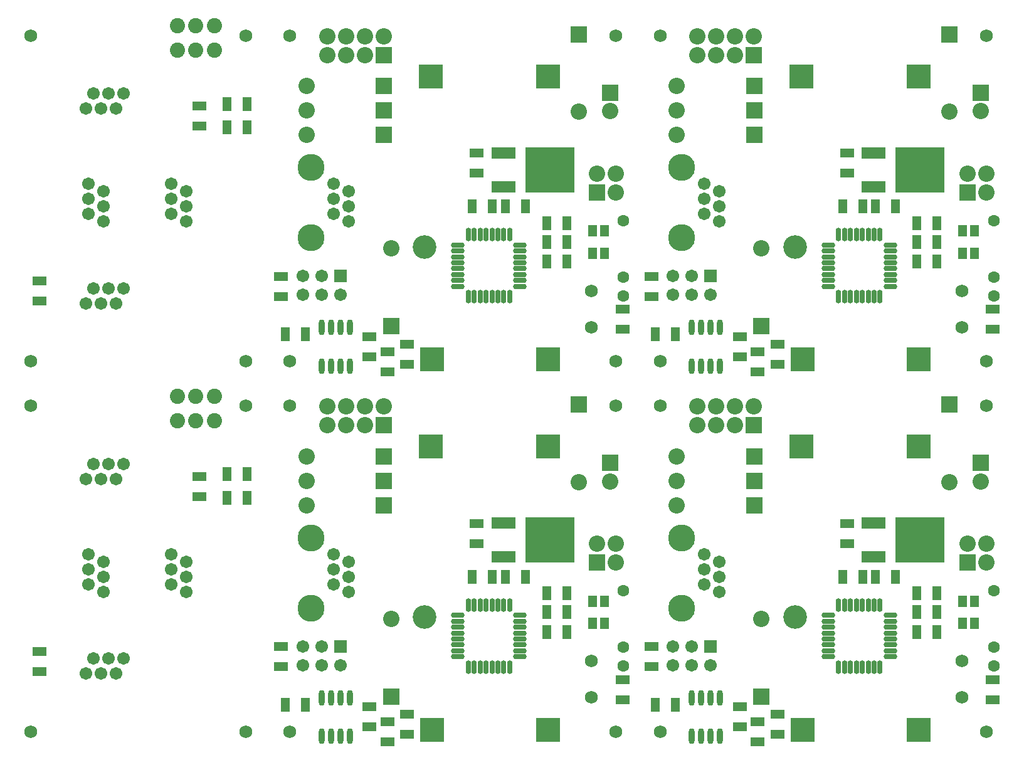
<source format=gts>
%FSAX44Y44*%
%MOMM*%
G71*
G01*
G75*
G04 Layer_Color=8388736*
%ADD10R,1.1000X1.7000*%
%ADD11R,1.7000X1.1000*%
%ADD12C,0.5080*%
%ADD13C,1.5000*%
%ADD14C,1.0000*%
%ADD15R,6.5000X6.0000*%
%ADD16R,3.0000X1.4000*%
%ADD17O,1.6500X0.5500*%
%ADD18O,0.5500X1.6500*%
%ADD19R,1.1000X1.4000*%
%ADD20O,0.6000X1.9000*%
%ADD21C,1.4000*%
%ADD22C,1.5240*%
%ADD23C,1.5000*%
%ADD24C,1.8500*%
%ADD25C,1.2700*%
%ADD26C,3.4500*%
%ADD27C,3.0000*%
%ADD28R,3.0000X3.0000*%
%ADD29C,2.0000*%
%ADD30R,2.0000X2.0000*%
%ADD31C,2.0000*%
%ADD32R,2.0000X2.0000*%
%ADD33R,2.0000X2.0000*%
%ADD34R,1.5000X1.5000*%
%ADD35R,2.0000X2.0000*%
%ADD36C,1.4000*%
%ADD37C,0.5000*%
%ADD38C,0.8000*%
%ADD39O,1.3000X0.5800*%
%ADD40R,1.3000X0.5800*%
%ADD41R,6.0000X6.5000*%
%ADD42R,1.4000X3.0000*%
%ADD43R,0.9960X2.2191*%
%ADD44C,0.2500*%
%ADD45C,0.2540*%
%ADD46C,0.2000*%
%ADD47C,0.6000*%
%ADD48C,0.5000*%
%ADD49R,2.8000X0.8000*%
%ADD50R,0.8000X2.8000*%
%ADD51R,1.3032X1.9032*%
%ADD52R,1.9032X1.3032*%
%ADD53R,6.7032X6.2032*%
%ADD54R,3.2032X1.6032*%
%ADD55O,1.8532X0.7532*%
%ADD56O,0.7532X1.8532*%
%ADD57R,1.3032X1.6032*%
%ADD58O,0.8032X2.1032*%
%ADD59C,1.7272*%
%ADD60C,1.7032*%
%ADD61C,2.0532*%
%ADD62C,3.2032*%
%ADD63R,3.2032X3.2032*%
%ADD64C,2.2032*%
%ADD65R,2.2032X2.2032*%
%ADD66C,2.2032*%
%ADD67R,2.2032X2.2032*%
%ADD68R,2.2032X2.2032*%
%ADD69R,1.7032X1.7032*%
%ADD70R,2.2032X2.2032*%
%ADD71C,1.6032*%
%ADD72C,3.6532*%
D51*
X00724610Y00597230D02*
D03*
X00751610D02*
D03*
Y00628980D02*
D03*
X00724610D02*
D03*
Y01097230D02*
D03*
X00751610D02*
D03*
Y01128980D02*
D03*
X00724610D02*
D03*
X01582560Y00490550D02*
D03*
X01555560D02*
D03*
X01655890Y00468170D02*
D03*
X01682890D02*
D03*
X01655890Y00416100D02*
D03*
X01682890D02*
D03*
X01302830Y00317830D02*
D03*
X01329830D02*
D03*
X01627010Y00490550D02*
D03*
X01600010D02*
D03*
X01655890Y00442770D02*
D03*
X01682890D02*
D03*
X01582560Y00990550D02*
D03*
X01555560D02*
D03*
X01655890Y00968170D02*
D03*
X01682890D02*
D03*
X01655890Y00916100D02*
D03*
X01682890D02*
D03*
X01302830Y00817830D02*
D03*
X01329830D02*
D03*
X01627010Y00990550D02*
D03*
X01600010D02*
D03*
X01655890Y00942770D02*
D03*
X01682890D02*
D03*
X01082560Y00490550D02*
D03*
X01055560D02*
D03*
X01155890Y00468170D02*
D03*
X01182890D02*
D03*
X01155890Y00416100D02*
D03*
X01182890D02*
D03*
X00802830Y00317830D02*
D03*
X00829830D02*
D03*
X01127010Y00490550D02*
D03*
X01100010D02*
D03*
X01155890Y00442770D02*
D03*
X01182890D02*
D03*
X01082560Y00990550D02*
D03*
X01055560D02*
D03*
X01155890Y00968170D02*
D03*
X01182890D02*
D03*
X01155890Y00916100D02*
D03*
X01182890D02*
D03*
X00802830Y00817830D02*
D03*
X00829830D02*
D03*
X01127010Y00990550D02*
D03*
X01100010D02*
D03*
X01155890Y00942770D02*
D03*
X01182890D02*
D03*
D52*
X00471410Y00389750D02*
D03*
Y00362750D02*
D03*
X00687310Y00625970D02*
D03*
Y00598970D02*
D03*
X00471410Y00889750D02*
D03*
Y00862750D02*
D03*
X00687310Y01125970D02*
D03*
Y01098970D02*
D03*
X01758290Y00324650D02*
D03*
Y00351650D02*
D03*
X01416660Y00314820D02*
D03*
Y00287820D02*
D03*
X01561440Y00535470D02*
D03*
Y00562470D02*
D03*
X01440790Y00267500D02*
D03*
Y00294500D02*
D03*
X01297280Y00396100D02*
D03*
Y00369100D02*
D03*
X01467460Y00304660D02*
D03*
Y00277660D02*
D03*
X01758290Y00824650D02*
D03*
Y00851650D02*
D03*
X01416660Y00814820D02*
D03*
Y00787820D02*
D03*
X01561440Y01035470D02*
D03*
Y01062470D02*
D03*
X01440790Y00767500D02*
D03*
Y00794500D02*
D03*
X01297280Y00896100D02*
D03*
Y00869100D02*
D03*
X01467460Y00804660D02*
D03*
Y00777660D02*
D03*
X01258290Y00324650D02*
D03*
Y00351650D02*
D03*
X00916660Y00314820D02*
D03*
Y00287820D02*
D03*
X01061440Y00535470D02*
D03*
Y00562470D02*
D03*
X00940790Y00267500D02*
D03*
Y00294500D02*
D03*
X00797280Y00396100D02*
D03*
Y00369100D02*
D03*
X00967460Y00304660D02*
D03*
Y00277660D02*
D03*
X01258290Y00824650D02*
D03*
Y00851650D02*
D03*
X00916660Y00814820D02*
D03*
Y00787820D02*
D03*
X01061440Y01035470D02*
D03*
Y01062470D02*
D03*
X00940790Y00767500D02*
D03*
Y00794500D02*
D03*
X00797280Y00896100D02*
D03*
Y00869100D02*
D03*
X00967460Y00804660D02*
D03*
Y00777660D02*
D03*
D53*
X01660000Y00539930D02*
D03*
Y01039930D02*
D03*
X01160000Y00539930D02*
D03*
Y01039930D02*
D03*
D54*
X01597500Y00517230D02*
D03*
X01597500Y00562930D02*
D03*
X01597500Y01017230D02*
D03*
X01597500Y01062930D02*
D03*
X01097500Y00517230D02*
D03*
X01097500Y00562930D02*
D03*
X01097500Y01017230D02*
D03*
X01097500Y01062930D02*
D03*
D55*
X01535950Y00382540D02*
D03*
Y00390540D02*
D03*
Y00398540D02*
D03*
Y00406540D02*
D03*
Y00414540D02*
D03*
Y00422540D02*
D03*
Y00430540D02*
D03*
Y00438540D02*
D03*
X01619950D02*
D03*
Y00430540D02*
D03*
Y00422540D02*
D03*
Y00414540D02*
D03*
Y00406540D02*
D03*
Y00398540D02*
D03*
Y00390540D02*
D03*
Y00382540D02*
D03*
X01535950Y00882540D02*
D03*
Y00890540D02*
D03*
Y00898540D02*
D03*
Y00906540D02*
D03*
Y00914540D02*
D03*
Y00922540D02*
D03*
Y00930540D02*
D03*
Y00938540D02*
D03*
X01619950D02*
D03*
Y00930540D02*
D03*
Y00922540D02*
D03*
Y00914540D02*
D03*
Y00906540D02*
D03*
Y00898540D02*
D03*
Y00890540D02*
D03*
Y00882540D02*
D03*
X01035950Y00382540D02*
D03*
Y00390540D02*
D03*
Y00398540D02*
D03*
Y00406540D02*
D03*
Y00414540D02*
D03*
Y00422540D02*
D03*
Y00430540D02*
D03*
Y00438540D02*
D03*
X01119950D02*
D03*
Y00430540D02*
D03*
Y00422540D02*
D03*
Y00414540D02*
D03*
Y00406540D02*
D03*
Y00398540D02*
D03*
Y00390540D02*
D03*
Y00382540D02*
D03*
X01035950Y00882540D02*
D03*
Y00890540D02*
D03*
Y00898540D02*
D03*
Y00906540D02*
D03*
Y00914540D02*
D03*
Y00922540D02*
D03*
Y00930540D02*
D03*
Y00938540D02*
D03*
X01119950D02*
D03*
Y00930540D02*
D03*
Y00922540D02*
D03*
Y00914540D02*
D03*
Y00906540D02*
D03*
Y00898540D02*
D03*
Y00890540D02*
D03*
Y00882540D02*
D03*
D56*
X01549950Y00452540D02*
D03*
X01557950D02*
D03*
X01565950D02*
D03*
X01573950D02*
D03*
X01581950D02*
D03*
X01589950D02*
D03*
X01597950D02*
D03*
X01605950D02*
D03*
Y00368540D02*
D03*
X01597950D02*
D03*
X01589950D02*
D03*
X01581950D02*
D03*
X01573950D02*
D03*
X01565950D02*
D03*
X01557950D02*
D03*
X01549950D02*
D03*
Y00952540D02*
D03*
X01557950D02*
D03*
X01565950D02*
D03*
X01573950D02*
D03*
X01581950D02*
D03*
X01589950D02*
D03*
X01597950D02*
D03*
X01605950D02*
D03*
Y00868540D02*
D03*
X01597950D02*
D03*
X01589950D02*
D03*
X01581950D02*
D03*
X01573950D02*
D03*
X01565950D02*
D03*
X01557950D02*
D03*
X01549950D02*
D03*
X01049950Y00452540D02*
D03*
X01057950D02*
D03*
X01065950D02*
D03*
X01073950D02*
D03*
X01081950D02*
D03*
X01089950D02*
D03*
X01097950D02*
D03*
X01105950D02*
D03*
Y00368540D02*
D03*
X01097950D02*
D03*
X01089950D02*
D03*
X01081950D02*
D03*
X01073950D02*
D03*
X01065950D02*
D03*
X01057950D02*
D03*
X01049950D02*
D03*
Y00952540D02*
D03*
X01057950D02*
D03*
X01065950D02*
D03*
X01073950D02*
D03*
X01081950D02*
D03*
X01089950D02*
D03*
X01097950D02*
D03*
X01105950D02*
D03*
Y00868540D02*
D03*
X01097950D02*
D03*
X01089950D02*
D03*
X01081950D02*
D03*
X01073950D02*
D03*
X01065950D02*
D03*
X01057950D02*
D03*
X01049950D02*
D03*
D57*
X01733650Y00457530D02*
D03*
X01717650D02*
D03*
X01733650Y00427530D02*
D03*
X01717650D02*
D03*
X01733650Y00957530D02*
D03*
X01717650D02*
D03*
X01733650Y00927530D02*
D03*
X01717650D02*
D03*
X01233650Y00457530D02*
D03*
X01217650D02*
D03*
X01233650Y00427530D02*
D03*
X01217650D02*
D03*
X01233650Y00957530D02*
D03*
X01217650D02*
D03*
X01233650Y00927530D02*
D03*
X01217650D02*
D03*
D58*
X01351890Y00275280D02*
D03*
X01364590D02*
D03*
X01377290D02*
D03*
X01389990D02*
D03*
X01351890Y00327360D02*
D03*
X01364590D02*
D03*
X01377290D02*
D03*
X01389990D02*
D03*
X01351890Y00775280D02*
D03*
X01364590D02*
D03*
X01377290D02*
D03*
X01389990D02*
D03*
X01351890Y00827360D02*
D03*
X01364590D02*
D03*
X01377290D02*
D03*
X01389990D02*
D03*
X00851890Y00275280D02*
D03*
X00864590D02*
D03*
X00877290D02*
D03*
X00889990D02*
D03*
X00851890Y00327360D02*
D03*
X00864590D02*
D03*
X00877290D02*
D03*
X00889990D02*
D03*
X00851890Y00775280D02*
D03*
X00864590D02*
D03*
X00877290D02*
D03*
X00889990D02*
D03*
X00851890Y00827360D02*
D03*
X00864590D02*
D03*
X00877290D02*
D03*
X00889990D02*
D03*
D59*
X00459270Y00721460D02*
D03*
Y00281460D02*
D03*
X00749270D02*
D03*
Y00721460D02*
D03*
X00459270Y01221460D02*
D03*
Y00781460D02*
D03*
X00749270D02*
D03*
Y01221460D02*
D03*
X01716380Y00376520D02*
D03*
Y00327720D02*
D03*
X01309270Y00721460D02*
D03*
Y00281460D02*
D03*
X01749270D02*
D03*
Y00721460D02*
D03*
X01716380Y00876520D02*
D03*
Y00827720D02*
D03*
X01309270Y01221460D02*
D03*
Y00781460D02*
D03*
X01749270D02*
D03*
Y01221460D02*
D03*
X01216380Y00376520D02*
D03*
Y00327720D02*
D03*
X00809270Y00721460D02*
D03*
Y00281460D02*
D03*
X01249270D02*
D03*
Y00721460D02*
D03*
X01216380Y00876520D02*
D03*
Y00827720D02*
D03*
X00809270Y01221460D02*
D03*
Y00781460D02*
D03*
X01249270D02*
D03*
Y01221460D02*
D03*
D60*
X00669510Y00510830D02*
D03*
Y00490430D02*
D03*
Y00470030D02*
D03*
X00649210Y00521030D02*
D03*
Y00500630D02*
D03*
Y00480230D02*
D03*
X00543870Y00380060D02*
D03*
X00564270D02*
D03*
X00584670D02*
D03*
X00533670Y00359760D02*
D03*
X00554070D02*
D03*
X00574470D02*
D03*
X00557770Y00511030D02*
D03*
Y00490630D02*
D03*
Y00470230D02*
D03*
X00537470Y00521230D02*
D03*
Y00500830D02*
D03*
Y00480430D02*
D03*
X00574670Y00622630D02*
D03*
X00554270D02*
D03*
X00533870D02*
D03*
X00584870Y00642930D02*
D03*
X00564470D02*
D03*
X00544070D02*
D03*
X00669510Y01010830D02*
D03*
Y00990430D02*
D03*
Y00970030D02*
D03*
X00649210Y01021030D02*
D03*
Y01000630D02*
D03*
Y00980230D02*
D03*
X00543870Y00880060D02*
D03*
X00564270D02*
D03*
X00584670D02*
D03*
X00533670Y00859760D02*
D03*
X00554070D02*
D03*
X00574470D02*
D03*
X00557770Y01011030D02*
D03*
Y00990630D02*
D03*
Y00970230D02*
D03*
X00537470Y01021230D02*
D03*
Y01000830D02*
D03*
Y00980430D02*
D03*
X00574670Y01122630D02*
D03*
X00554270D02*
D03*
X00533870D02*
D03*
X00584870Y01142930D02*
D03*
X00564470D02*
D03*
X00544070D02*
D03*
X01377290Y00371170D02*
D03*
X01326490D02*
D03*
Y00396570D02*
D03*
X01351890Y00371170D02*
D03*
Y00396570D02*
D03*
X01388720Y00511030D02*
D03*
Y00490630D02*
D03*
Y00470230D02*
D03*
X01368420Y00521230D02*
D03*
Y00500830D02*
D03*
Y00480430D02*
D03*
X01377290Y00871170D02*
D03*
X01326490D02*
D03*
Y00896570D02*
D03*
X01351890Y00871170D02*
D03*
Y00896570D02*
D03*
X01388720Y01011030D02*
D03*
Y00990630D02*
D03*
Y00970230D02*
D03*
X01368420Y01021230D02*
D03*
Y01000830D02*
D03*
Y00980430D02*
D03*
X00877290Y00371170D02*
D03*
X00826490D02*
D03*
Y00396570D02*
D03*
X00851890Y00371170D02*
D03*
Y00396570D02*
D03*
X00888720Y00511030D02*
D03*
Y00490630D02*
D03*
Y00470230D02*
D03*
X00868420Y00521230D02*
D03*
Y00500830D02*
D03*
Y00480430D02*
D03*
X00877290Y00871170D02*
D03*
X00826490D02*
D03*
Y00896570D02*
D03*
X00851890Y00871170D02*
D03*
Y00896570D02*
D03*
X00888720Y01011030D02*
D03*
Y00990630D02*
D03*
Y00970230D02*
D03*
X00868420Y01021230D02*
D03*
Y01000830D02*
D03*
Y00980430D02*
D03*
D61*
X00657230Y00701380D02*
D03*
X00682230D02*
D03*
X00707230D02*
D03*
X00657230Y00734380D02*
D03*
X00682230D02*
D03*
X00707230D02*
D03*
X00657230Y01201380D02*
D03*
X00682230D02*
D03*
X00707230D02*
D03*
X00657230Y01234380D02*
D03*
X00682230D02*
D03*
X00707230D02*
D03*
D62*
X01491035Y00436040D02*
D03*
Y00936040D02*
D03*
X00991035Y00436040D02*
D03*
Y00936040D02*
D03*
D63*
X01657870Y00284040D02*
D03*
Y00666445D02*
D03*
X01499765D02*
D03*
X01501035Y00284040D02*
D03*
X01657870Y00784040D02*
D03*
Y01166445D02*
D03*
X01499765D02*
D03*
X01501035Y00784040D02*
D03*
X01157870Y00284040D02*
D03*
Y00666445D02*
D03*
X00999765D02*
D03*
X01001035Y00284040D02*
D03*
X01157870Y00784040D02*
D03*
Y01166445D02*
D03*
X00999765D02*
D03*
X01001035Y00784040D02*
D03*
D64*
X01724000Y00535000D02*
D03*
X01749400D02*
D03*
Y00509600D02*
D03*
X01435710Y00720420D02*
D03*
X01410310D02*
D03*
X01384910D02*
D03*
X01359510D02*
D03*
Y00695020D02*
D03*
X01384910D02*
D03*
X01410310D02*
D03*
X01741780Y00619220D02*
D03*
X01724000Y01035000D02*
D03*
X01749400D02*
D03*
Y01009600D02*
D03*
X01435710Y01220420D02*
D03*
X01410310D02*
D03*
X01384910D02*
D03*
X01359510D02*
D03*
Y01195020D02*
D03*
X01384910D02*
D03*
X01410310D02*
D03*
X01741780Y01119220D02*
D03*
X01224000Y00535000D02*
D03*
X01249400D02*
D03*
Y00509600D02*
D03*
X00935710Y00720420D02*
D03*
X00910310D02*
D03*
X00884910D02*
D03*
X00859510D02*
D03*
Y00695020D02*
D03*
X00884910D02*
D03*
X00910310D02*
D03*
X01241780Y00619220D02*
D03*
X01224000Y01035000D02*
D03*
X01249400D02*
D03*
Y01009600D02*
D03*
X00935710Y01220420D02*
D03*
X00910310D02*
D03*
X00884910D02*
D03*
X00859510D02*
D03*
Y01195020D02*
D03*
X00884910D02*
D03*
X00910310D02*
D03*
X01241780Y01119220D02*
D03*
D65*
X01724000Y00509600D02*
D03*
X01741780Y00644220D02*
D03*
X01724000Y01009600D02*
D03*
X01741780Y01144220D02*
D03*
X01224000Y00509600D02*
D03*
X01241780Y00644220D02*
D03*
X01224000Y01009600D02*
D03*
X01241780Y01144220D02*
D03*
D66*
X01445870Y00433630D02*
D03*
X01331340Y00620090D02*
D03*
Y00653110D02*
D03*
X01699260Y00618260D02*
D03*
X01331340Y00587070D02*
D03*
X01445870Y00933630D02*
D03*
X01331340Y01120090D02*
D03*
Y01153110D02*
D03*
X01699260Y01118260D02*
D03*
X01331340Y01087070D02*
D03*
X00945870Y00433630D02*
D03*
X00831340Y00620090D02*
D03*
Y00653110D02*
D03*
X01199260Y00618260D02*
D03*
X00831340Y00587070D02*
D03*
X00945870Y00933630D02*
D03*
X00831340Y01120090D02*
D03*
Y01153110D02*
D03*
X01199260Y01118260D02*
D03*
X00831340Y01087070D02*
D03*
D67*
X01445870Y00329030D02*
D03*
X01699260Y00722860D02*
D03*
X01445870Y00829030D02*
D03*
X01699260Y01222860D02*
D03*
X00945870Y00329030D02*
D03*
X01199260Y00722860D02*
D03*
X00945870Y00829030D02*
D03*
X01199260Y01222860D02*
D03*
D68*
X01435710Y00695020D02*
D03*
Y01195020D02*
D03*
X00935710Y00695020D02*
D03*
Y01195020D02*
D03*
D69*
X01377290Y00396570D02*
D03*
Y00896570D02*
D03*
X00877290Y00396570D02*
D03*
Y00896570D02*
D03*
D70*
X01435940Y00620090D02*
D03*
Y00653110D02*
D03*
Y00587070D02*
D03*
Y01120090D02*
D03*
Y01153110D02*
D03*
Y01087070D02*
D03*
X00935940Y00620090D02*
D03*
Y00653110D02*
D03*
Y00587070D02*
D03*
Y01120090D02*
D03*
Y01153110D02*
D03*
Y01087070D02*
D03*
D71*
X01759560Y00369900D02*
D03*
Y00471500D02*
D03*
Y00395300D02*
D03*
Y00869900D02*
D03*
Y00971500D02*
D03*
Y00895300D02*
D03*
X01259560Y00369900D02*
D03*
Y00471500D02*
D03*
Y00395300D02*
D03*
Y00869900D02*
D03*
Y00971500D02*
D03*
Y00895300D02*
D03*
D72*
X01337920Y00543230D02*
D03*
Y00448030D02*
D03*
Y01043230D02*
D03*
Y00948030D02*
D03*
X00837920Y00543230D02*
D03*
Y00448030D02*
D03*
Y01043230D02*
D03*
Y00948030D02*
D03*
M02*

</source>
